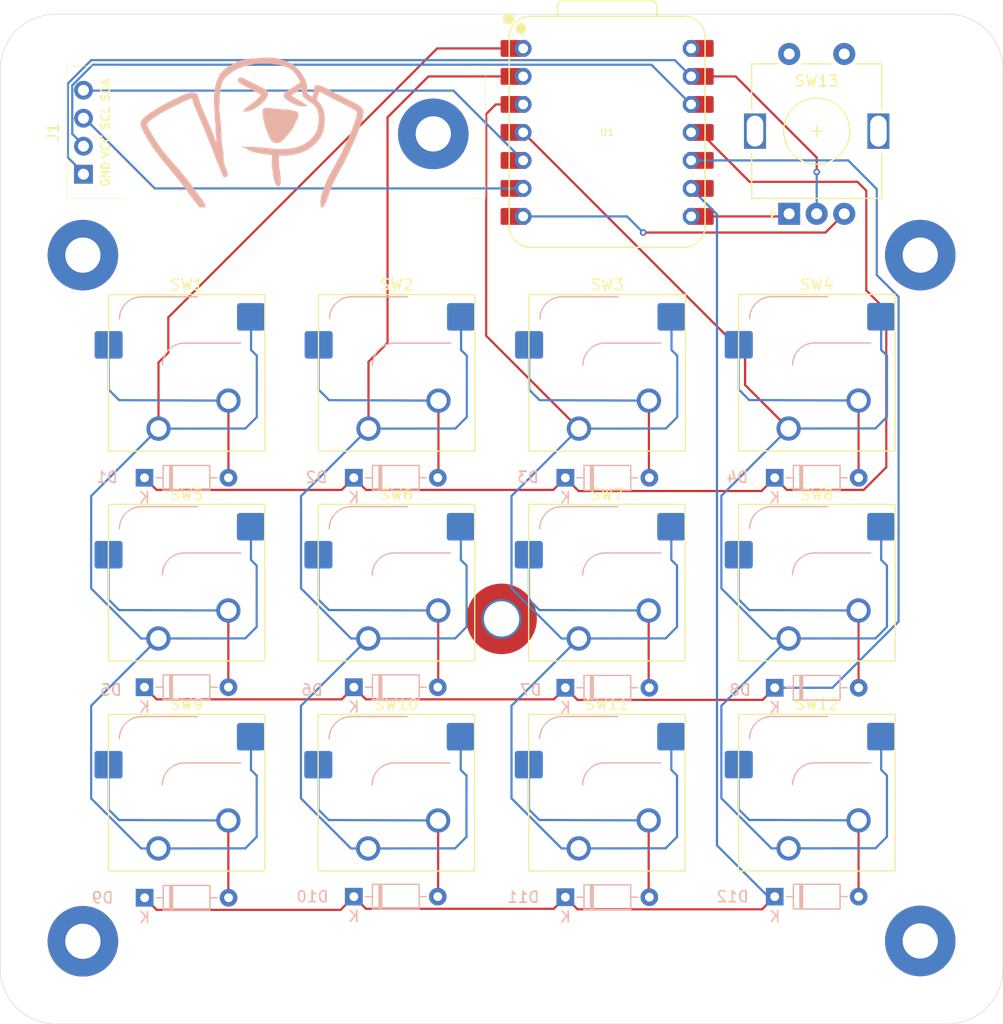
<source format=kicad_pcb>
(kicad_pcb (version 20241229) (generator "pcbnew") (generator_version "9.0")
  (layers (0 "F.Cu" signal) (2 "B.Cu" signal) (13 "F.Paste" user) (15 "B.Paste" user) (5 "F.SilkS" user "F.Silkscreen") (7 "B.SilkS" user "B.Silkscreen") (1 "F.Mask" user) (3 "B.Mask" user) (25 "Edge.Cuts" user))
  (net 0 "")
  (net 1 "Net-(D1-A)")
  (net 2 "R1")
  (net 3 "Net-(D2-A)")
  (net 4 "Net-(D3-A)")
  (net 5 "Net-(D4-A)")
  (net 6 "Net-(D5-A)")
  (net 7 "R2")
  (net 8 "Net-(D6-A)")
  (net 9 "Net-(D7-A)")
  (net 10 "Net-(D8-A)")
  (net 11 "R3")
  (net 12 "Net-(D9-A)")
  (net 13 "Net-(D10-A)")
  (net 14 "Net-(D11-A)")
  (net 15 "Net-(D12-A)")
  (net 16 "Net-(J1-SCL)")
  (net 17 "GND")
  (net 18 "Net-(J1-SDA)")
  (net 19 "+3V3")
  (net 20 "C1")
  (net 21 "C2")
  (net 22 "C3")
  (net 23 "C4")
  (net 24 "GPIO0")
  (net 25 "GPIO1")
  (net 26 "+5V")
  (footprint "Rotary_Encoder:RotaryEncoder_Alps_EC11E-Switch_Vertical_H20mm" (layer "F.Cu") (at 168.1 82.25 90)
    (property "Reference" "SW13" (at 12.035 2.5 180) (layer "F.SilkS"))
    (property "Value" "RotaryEncoder_Switch")
    (pad "A" thru_hole rect (at 0 0 90) (size 2 2) (drill 1) (layers "*.Cu" "*.Mask") (net 25 "GPIO1"))
    (pad "B" thru_hole circle (at 0 5 90) (size 2 2) (drill 1) (layers "*.Cu" "*.Mask") (net 24 "GPIO0"))
    (pad "C" thru_hole circle (at 0 2.5 90) (size 2 2) (drill 1) (layers "*.Cu" "*.Mask") (net 17 "GND"))
    (pad "MP" thru_hole rect (at 7.5 -3.1 90) (size 3.2 2) (drill oval 2.8 1.5) (layers "*.Cu" "*.Mask"))
    (pad "MP" thru_hole rect (at 7.5 8.1 90) (size 3.2 2) (drill oval 2.8 1.5) (layers "*.Cu" "*.Mask"))
    (pad "S1" thru_hole circle (at 14.5 5 90) (size 2 2) (drill 1) (layers "*.Cu" "*.Mask"))
    (pad "S2" thru_hole circle (at 14.5 0 90) (size 2 2) (drill 1) (layers "*.Cu" "*.Mask"))
  )
  (footprint "dual_hotswap:dual-hotswap_MX" (layer "F.Cu") (at 132.45 134.77)
    (property "Reference" "SW10" (at 0 -8 0) (layer "F.SilkS"))
    (property "Value" "SW_Push_45deg")
    (fp_line (start -7.085 -2.54) (end -7.080971 1.529029) (stroke (width 0.2)) (layer "B.Cu"))
    (fp_line (start -7.08 1.53) (end -6.13 2.48) (stroke (width 0.2)) (layer "B.Cu"))
    (fp_line (start -6.13 2.48) (end 3.79 2.52) (stroke (width 0.2)) (layer "B.Cu"))
    (fp_line (start -1.46 5.06) (end 5.33 5.05) (stroke (width 0.2)) (layer "B.Cu"))
    (fp_line (start 5.33 5.05) (end 6.362894 4.008991) (stroke (width 0.2)) (layer "B.Cu"))
    (fp_line (start 5.842 -5.08) (end 5.842 -2.07) (stroke (width 0.2)) (layer "B.Cu"))
    (fp_line (start 5.842 -2.07) (end 6.364348 -1.548875) (stroke (width 0.2)) (layer "B.Cu"))
    (fp_line (start 6.364348 -1.548875) (end 6.362894 4.007992) (stroke (width 0.2)) (layer "B.Cu"))
    (pad "" smd roundrect (at -7.085 -2.54) (size 2.55 2.5) (layers "B.Cu" "B.Mask" "B.Paste") (roundrect_rratio 0.1))
    (pad "" np_thru_hole circle (at -5.08 0) (size 1.75 1.75) (drill 1.75) (layers "*.Cu" "*.Mask"))
    (pad "" np_thru_hole circle (at -3.81 -2.54) (size 3.05 3.05) (drill 3.05) (layers "*.Cu" "*.Mask"))
    (pad "" np_thru_hole circle (at 0 0) (size 4 4) (drill 4) (layers "*.Cu" "*.Mask"))
    (pad "" np_thru_hole circle (at 2.54 -5.08) (size 3.05 3.05) (drill 3.05) (layers "*.Cu" "*.Mask"))
    (pad "" np_thru_hole circle (at 5.08 0) (size 1.75 1.75) (drill 1.75) (layers "*.Cu" "*.Mask"))
    (pad "" smd roundrect (at 5.842 -5.08) (size 2.55 2.5) (layers "B.Cu" "B.Mask" "B.Paste") (roundrect_rratio 0.1))
    (pad "1" thru_hole circle (at -2.56 5.06 180) (size 2.2 2.2) (drill 1.5) (layers "*.Cu" "*.Mask") (net 21 "C2"))
    (pad "2" thru_hole circle (at 3.79 2.52 180) (size 2.2 2.2) (drill 1.5) (layers "*.Cu" "*.Mask") (net 13 "Net-(D10-A)"))
  )
  (footprint "dual_hotswap:dual-hotswap_MX" (layer "F.Cu") (at 170.61 134.76)
    (property "Reference" "SW12" (at 0 -8 0) (layer "F.SilkS"))
    (property "Value" "SW_Push_45deg")
    (fp_line (start -7.085 -2.54) (end -7.080971 1.529029) (stroke (width 0.2)) (layer "B.Cu"))
    (fp_line (start -7.08 1.53) (end -6.13 2.48) (stroke (width 0.2)) (layer "B.Cu"))
    (fp_line (start -6.13 2.48) (end 3.79 2.52) (stroke (width 0.2)) (layer "B.Cu"))
    (fp_line (start -1.46 5.06) (end 5.33 5.05) (stroke (width 0.2)) (layer "B.Cu"))
    (fp_line (start 5.33 5.05) (end 6.362894 4.008991) (stroke (width 0.2)) (layer "B.Cu"))
    (fp_line (start 5.842 -5.08) (end 5.842 -2.07) (stroke (width 0.2)) (layer "B.Cu"))
    (fp_line (start 5.842 -2.07) (end 6.364348 -1.548875) (stroke (width 0.2)) (layer "B.Cu"))
    (fp_line (start 6.364348 -1.548875) (end 6.362894 4.007992) (stroke (width 0.2)) (layer "B.Cu"))
    (pad "" smd roundrect (at -7.085 -2.54) (size 2.55 2.5) (layers "B.Cu" "B.Mask" "B.Paste") (roundrect_rratio 0.1))
    (pad "" np_thru_hole circle (at -5.08 0) (size 1.75 1.75) (drill 1.75) (layers "*.Cu" "*.Mask"))
    (pad "" np_thru_hole circle (at -3.81 -2.54) (size 3.05 3.05) (drill 3.05) (layers "*.Cu" "*.Mask"))
    (pad "" np_thru_hole circle (at 0 0) (size 4 4) (drill 4) (layers "*.Cu" "*.Mask"))
    (pad "" np_thru_hole circle (at 2.54 -5.08) (size 3.05 3.05) (drill 3.05) (layers "*.Cu" "*.Mask"))
    (pad "" np_thru_hole circle (at 5.08 0) (size 1.75 1.75) (drill 1.75) (layers "*.Cu" "*.Mask"))
    (pad "" smd roundrect (at 5.842 -5.08) (size 2.55 2.5) (layers "B.Cu" "B.Mask" "B.Paste") (roundrect_rratio 0.1))
    (pad "1" thru_hole circle (at -2.56 5.06 180) (size 2.2 2.2) (drill 1.5) (layers "*.Cu" "*.Mask") (net 23 "C4"))
    (pad "2" thru_hole circle (at 3.79 2.52 180) (size 2.2 2.2) (drill 1.5) (layers "*.Cu" "*.Mask") (net 15 "Net-(D12-A)"))
  )
  (footprint "" (layer "F.Cu") (at 180 148.22)
    (property "Reference" "" (at 0 0 0) (layer "F.SilkS") (effects (font (size 1.27 1.27))))
    (property "Value" "")
    (pad "1" thru_hole circle (at 0 0) (size 6.4 6.4) (drill 3.2) (layers "*.Cu" "*.Mask"))
  )
  (footprint "" (layer "F.Cu") (at 180 86)
    (property "Reference" "" (at 0 0 0) (layer "F.SilkS") (effects (font (size 1.27 1.27))))
    (property "Value" "")
    (pad "1" thru_hole circle (at 0 0) (size 6.4 6.4) (drill 3.2) (layers "*.Cu" "*.Mask"))
  )
  (footprint "MountingHole:MountingHole_3.2mm_M3_Pad" (layer "F.Cu") (at 135.8 75)
    (property "Reference" "REF**" (hide yes))
    (property "Value" "MountingHole_3.2mm_M3_Pad" (hide yes))
    (pad "1" thru_hole circle (at 0 0) (size 6.4 6.4) (drill 3.2) (layers "*.Cu" "*.Mask"))
  )
  (footprint "dual_hotswap:dual-hotswap_MX" (layer "F.Cu") (at 132.46 115.72)
    (property "Reference" "SW6" (at 0 -8 0) (layer "F.SilkS"))
    (property "Value" "SW_Push_45deg")
    (fp_line (start -7.085 -2.54) (end -7.080971 1.529029) (stroke (width 0.2)) (layer "B.Cu"))
    (fp_line (start -7.08 1.53) (end -6.13 2.48) (stroke (width 0.2)) (layer "B.Cu"))
    (fp_line (start -6.13 2.48) (end 3.79 2.52) (stroke (width 0.2)) (layer "B.Cu"))
    (fp_line (start -1.46 5.06) (end 5.33 5.05) (stroke (width 0.2)) (layer "B.Cu"))
    (fp_line (start 5.33 5.05) (end 6.362894 4.008991) (stroke (width 0.2)) (layer "B.Cu"))
    (fp_line (start 5.842 -5.08) (end 5.842 -2.07) (stroke (width 0.2)) (layer "B.Cu"))
    (fp_line (start 5.842 -2.07) (end 6.364348 -1.548875) (stroke (width 0.2)) (layer "B.Cu"))
    (fp_line (start 6.364348 -1.548875) (end 6.362894 4.007992) (stroke (width 0.2)) (layer "B.Cu"))
    (pad "" smd roundrect (at -7.085 -2.54) (size 2.55 2.5) (layers "B.Cu" "B.Mask" "B.Paste") (roundrect_rratio 0.1))
    (pad "" np_thru_hole circle (at -5.08 0) (size 1.75 1.75) (drill 1.75) (layers "*.Cu" "*.Mask"))
    (pad "" np_thru_hole circle (at -3.81 -2.54) (size 3.05 3.05) (drill 3.05) (layers "*.Cu" "*.Mask"))
    (pad "" np_thru_hole circle (at 0 0) (size 4 4) (drill 4) (layers "*.Cu" "*.Mask"))
    (pad "" np_thru_hole circle (at 2.54 -5.08) (size 3.05 3.05) (drill 3.05) (layers "*.Cu" "*.Mask"))
    (pad "" np_thru_hole circle (at 5.08 0) (size 1.75 1.75) (drill 1.75) (layers "*.Cu" "*.Mask"))
    (pad "" smd roundrect (at 5.842 -5.08) (size 2.55 2.5) (layers "B.Cu" "B.Mask" "B.Paste") (roundrect_rratio 0.1))
    (pad "1" thru_hole circle (at -2.56 5.06 180) (size 2.2 2.2) (drill 1.5) (layers "*.Cu" "*.Mask") (net 21 "C2"))
    (pad "2" thru_hole circle (at 3.79 2.52 180) (size 2.2 2.2) (drill 1.5) (layers "*.Cu" "*.Mask") (net 8 "Net-(D6-A)"))
  )
  (footprint "" (layer "F.Cu") (at 104 86)
    (property "Reference" "" (at 0 0 0) (layer "F.SilkS") (effects (font (size 1.27 1.27))))
    (property "Value" "")
    (pad "1" thru_hole circle (at 0 0) (size 6.4 6.4) (drill 3.2) (layers "*.Cu" "*.Mask"))
  )
  (footprint "dual_hotswap:dual-hotswap_MX" (layer "F.Cu") (at 170.61 115.72)
    (property "Reference" "SW8" (at 0 -8 0) (layer "F.SilkS"))
    (property "Value" "SW_Push_45deg")
    (fp_line (start -7.085 -2.54) (end -7.080971 1.529029) (stroke (width 0.2)) (layer "B.Cu"))
    (fp_line (start -7.08 1.53) (end -6.13 2.48) (stroke (width 0.2)) (layer "B.Cu"))
    (fp_line (start -6.13 2.48) (end 3.79 2.52) (stroke (width 0.2)) (layer "B.Cu"))
    (fp_line (start -1.46 5.06) (end 5.33 5.05) (stroke (width 0.2)) (layer "B.Cu"))
    (fp_line (start 5.33 5.05) (end 6.362894 4.008991) (stroke (width 0.2)) (layer "B.Cu"))
    (fp_line (start 5.842 -5.08) (end 5.842 -2.07) (stroke (width 0.2)) (layer "B.Cu"))
    (fp_line (start 5.842 -2.07) (end 6.364348 -1.548875) (stroke (width 0.2)) (layer "B.Cu"))
    (fp_line (start 6.364348 -1.548875) (end 6.362894 4.007992) (stroke (width 0.2)) (layer "B.Cu"))
    (pad "" smd roundrect (at -7.085 -2.54) (size 2.55 2.5) (layers "B.Cu" "B.Mask" "B.Paste") (roundrect_rratio 0.1))
    (pad "" np_thru_hole circle (at -5.08 0) (size 1.75 1.75) (drill 1.75) (layers "*.Cu" "*.Mask"))
    (pad "" np_thru_hole circle (at -3.81 -2.54) (size 3.05 3.05) (drill 3.05) (layers "*.Cu" "*.Mask"))
    (pad "" np_thru_hole circle (at 0 0) (size 4 4) (drill 4) (layers "*.Cu" "*.Mask"))
    (pad "" np_thru_hole circle (at 2.54 -5.08) (size 3.05 3.05) (drill 3.05) (layers "*.Cu" "*.Mask"))
    (pad "" np_thru_hole circle (at 5.08 0) (size 1.75 1.75) (drill 1.75) (layers "*.Cu" "*.Mask"))
    (pad "" smd roundrect (at 5.842 -5.08) (size 2.55 2.5) (layers "B.Cu" "B.Mask" "B.Paste") (roundrect_rratio 0.1))
    (pad "1" thru_hole circle (at -2.56 5.06 180) (size 2.2 2.2) (drill 1.5) (layers "*.Cu" "*.Mask") (net 23 "C4"))
    (pad "2" thru_hole circle (at 3.79 2.52 180) (size 2.2 2.2) (drill 1.5) (layers "*.Cu" "*.Mask") (net 10 "Net-(D8-A)"))
  )
  (footprint "" (layer "F.Cu") (at 104 148.25)
    (property "Reference" "" (at 0 0 0) (layer "F.SilkS") (effects (font (size 1.27 1.27))))
    (property "Value" "")
    (pad "1" thru_hole circle (at 0 0) (size 6.4 6.4) (drill 3.2) (layers "*.Cu" "*.Mask"))
  )
  (footprint "dual_hotswap:dual-hotswap_MX" (layer "F.Cu") (at 170.61 96.67)
    (property "Reference" "SW4" (at 0 -8 0) (layer "F.SilkS"))
    (property "Value" "SW_Push_45deg")
    (fp_line (start -7.085 -2.54) (end -7.080971 1.529029) (stroke (width 0.2)) (layer "B.Cu"))
    (fp_line (start -7.08 1.53) (end -6.13 2.48) (stroke (width 0.2)) (layer "B.Cu"))
    (fp_line (start -6.13 2.48) (end 3.79 2.52) (stroke (width 0.2)) (layer "B.Cu"))
    (fp_line (start -1.46 5.06) (end 5.33 5.05) (stroke (width 0.2)) (layer "B.Cu"))
    (fp_line (start 5.33 5.05) (end 6.362894 4.008991) (stroke (width 0.2)) (layer "B.Cu"))
    (fp_line (start 5.842 -5.08) (end 5.842 -2.07) (stroke (width 0.2)) (layer "B.Cu"))
    (fp_line (start 5.842 -2.07) (end 6.364348 -1.548875) (stroke (width 0.2)) (layer "B.Cu"))
    (fp_line (start 6.364348 -1.548875) (end 6.362894 4.007992) (stroke (width 0.2)) (layer "B.Cu"))
    (pad "" smd roundrect (at -7.085 -2.54) (size 2.55 2.5) (layers "B.Cu" "B.Mask" "B.Paste") (roundrect_rratio 0.1))
    (pad "" np_thru_hole circle (at -5.08 0) (size 1.75 1.75) (drill 1.75) (layers "*.Cu" "*.Mask"))
    (pad "" np_thru_hole circle (at -3.81 -2.54) (size 3.05 3.05) (drill 3.05) (layers "*.Cu" "*.Mask"))
    (pad "" np_thru_hole circle (at 0 0) (size 4 4) (drill 4) (layers "*.Cu" "*.Mask"))
    (pad "" np_thru_hole circle (at 2.54 -5.08) (size 3.05 3.05) (drill 3.05) (layers "*.Cu" "*.Mask"))
    (pad "" np_thru_hole circle (at 5.08 0) (size 1.75 1.75) (drill 1.75) (layers "*.Cu" "*.Mask"))
    (pad "" smd roundrect (at 5.842 -5.08) (size 2.55 2.5) (layers "B.Cu" "B.Mask" "B.Paste") (roundrect_rratio 0.1))
    (pad "1" thru_hole circle (at -2.56 5.06 180) (size 2.2 2.2) (drill 1.5) (layers "*.Cu" "*.Mask") (net 23 "C4"))
    (pad "2" thru_hole circle (at 3.79 2.52 180) (size 2.2 2.2) (drill 1.5) (layers "*.Cu" "*.Mask") (net 5 "Net-(D4-A)"))
  )
  (footprint "dual_hotswap:dual-hotswap_MX" (layer "F.Cu") (at 113.41 115.72)
    (property "Reference" "SW5" (at 0 -8 0) (layer "F.SilkS"))
    (property "Value" "SW_Push_45deg")
    (fp_line (start -7.085 -2.54) (end -7.080971 1.529029) (stroke (width 0.2)) (layer "B.Cu"))
    (fp_line (start -7.08 1.53) (end -6.13 2.48) (stroke (width 0.2)) (layer "B.Cu"))
    (fp_line (start -6.13 2.48) (end 3.79 2.52) (stroke (width 0.2)) (layer "B.Cu"))
    (fp_line (start -1.46 5.06) (end 5.33 5.05) (stroke (width 0.2)) (layer "B.Cu"))
    (fp_line (start 5.33 5.05) (end 6.362894 4.008991) (stroke (width 0.2)) (layer "B.Cu"))
    (fp_line (start 5.842 -5.08) (end 5.842 -2.07) (stroke (width 0.2)) (layer "B.Cu"))
    (fp_line (start 5.842 -2.07) (end 6.364348 -1.548875) (stroke (width 0.2)) (layer "B.Cu"))
    (fp_line (start 6.364348 -1.548875) (end 6.362894 4.007992) (stroke (width 0.2)) (layer "B.Cu"))
    (pad "" smd roundrect (at -7.085 -2.54) (size 2.55 2.5) (layers "B.Cu" "B.Mask" "B.Paste") (roundrect_rratio 0.1))
    (pad "" np_thru_hole circle (at -5.08 0) (size 1.75 1.75) (drill 1.75) (layers "*.Cu" "*.Mask"))
    (pad "" np_thru_hole circle (at -3.81 -2.54) (size 3.05 3.05) (drill 3.05) (layers "*.Cu" "*.Mask"))
    (pad "" np_thru_hole circle (at 0 0) (size 4 4) (drill 4) (layers "*.Cu" "*.Mask"))
    (pad "" np_thru_hole circle (at 2.54 -5.08) (size 3.05 3.05) (drill 3.05) (layers "*.Cu" "*.Mask"))
    (pad "" np_thru_hole circle (at 5.08 0) (size 1.75 1.75) (drill 1.75) (layers "*.Cu" "*.Mask"))
    (pad "" smd roundrect (at 5.842 -5.08) (size 2.55 2.5) (layers "B.Cu" "B.Mask" "B.Paste") (roundrect_rratio 0.1))
    (pad "1" thru_hole circle (at -2.56 5.06 180) (size 2.2 2.2) (drill 1.5) (layers "*.Cu" "*.Mask") (net 20 "C1"))
    (pad "2" thru_hole circle (at 3.79 2.52 180) (size 2.2 2.2) (drill 1.5) (layers "*.Cu" "*.Mask") (net 6 "Net-(D5-A)"))
  )
  (footprint "dual_hotswap:dual-hotswap_MX" (layer "F.Cu") (at 151.58 96.68)
    (property "Reference" "SW3" (at 0 -8 0) (layer "F.SilkS"))
    (property "Value" "SW_Push_45deg")
    (fp_line (start -7.085 -2.54) (end -7.080971 1.529029) (stroke (width 0.2)) (layer "B.Cu"))
    (fp_line (start -7.08 1.53) (end -6.13 2.48) (stroke (width 0.2)) (layer "B.Cu"))
    (fp_line (start -6.13 2.48) (end 3.79 2.52) (stroke (width 0.2)) (layer "B.Cu"))
    (fp_line (start -1.46 5.06) (end 5.33 5.05) (stroke (width 0.2)) (layer "B.Cu"))
    (fp_line (start 5.33 5.05) (end 6.362894 4.008991) (stroke (width 0.2)) (layer "B.Cu"))
    (fp_line (start 5.842 -5.08) (end 5.842 -2.07) (stroke (width 0.2)) (layer "B.Cu"))
    (fp_line (start 5.842 -2.07) (end 6.364348 -1.548875) (stroke (width 0.2)) (layer "B.Cu"))
    (fp_line (start 6.364348 -1.548875) (end 6.362894 4.007992) (stroke (width 0.2)) (layer "B.Cu"))
    (pad "" smd roundrect (at -7.085 -2.54) (size 2.55 2.5) (layers "B.Cu" "B.Mask" "B.Paste") (roundrect_rratio 0.1))
    (pad "" np_thru_hole circle (at -5.08 0) (size 1.75 1.75) (drill 1.75) (layers "*.Cu" "*.Mask"))
    (pad "" np_thru_hole circle (at -3.81 -2.54) (size 3.05 3.05) (drill 3.05) (layers "*.Cu" "*.Mask"))
    (pad "" np_thru_hole circle (at 0 0) (size 4 4) (drill 4) (layers "*.Cu" "*.Mask"))
    (pad "" np_thru_hole circle (at 2.54 -5.08) (size 3.05 3.05) (drill 3.05) (layers "*.Cu" "*.Mask"))
    (pad "" np_thru_hole circle (at 5.08 0) (size 1.75 1.75) (drill 1.75) (layers "*.Cu" "*.Mask"))
    (pad "" smd roundrect (at 5.842 -5.08) (size 2.55 2.5) (layers "B.Cu" "B.Mask" "B.Paste") (roundrect_rratio 0.1))
    (pad "1" thru_hole circle (at -2.56 5.06 180) (size 2.2 2.2) (drill 1.5) (layers "*.Cu" "*.Mask") (net 22 "C3"))
    (pad "2" thru_hole circle (at 3.79 2.52 180) (size 2.2 2.2) (drill 1.5) (layers "*.Cu" "*.Mask") (net 4 "Net-(D3-A)"))
  )
  (footprint "Seeed-XIAO:XIAO-RP2040-DIP" (layer "F.Cu") (at 151.58 74.8685)
    (property "Reference" "U1" (at 0 0 0) (layer "F.SilkS") (effects (font (size 0.635 0.635) (thickness 0.1016))))
    (property "Value" "XIAO-RP2040-DIP")
    (pad "1" smd roundrect (at -8.455 -7.62 180) (size 2.432 1.524) (layers "F.Cu" "F.Mask") (roundrect_rratio 0.1) (net 20 "C1"))
    (pad "1" thru_hole circle (at -7.62 -7.62 180) (size 1.524 1.524) (drill 0.889) (layers "*.Cu" "*.Mask") (net 20 "C1"))
    (pad "2" smd roundrect (at -8.455 -5.08 180) (size 2.432 1.524) (layers "F.Cu" "F.Mask") (roundrect_rratio 0.1) (net 21 "C2"))
    (pad "2" thru_hole circle (at -7.62 -5.08 180) (size 1.524 1.524) (drill 0.889) (layers "*.Cu" "*.Mask") (net 21 "C2"))
    (pad "3" smd roundrect (at -8.455 -2.54 180) (size 2.432 1.524) (layers "F.Cu" "F.Mask") (roundrect_rratio 0.1) (net 22 "C3"))
    (pad "3" thru_hole circle (at -7.62 -2.54 180) (size 1.524 1.524) (drill 0.889) (layers "*.Cu" "*.Mask") (net 22 "C3"))
    (pad "4" smd roundrect (at -8.455 0 180) (size 2.432 1.524) (layers "F.Cu" "F.Mask") (roundrect_rratio 0.1) (net 23 "C4"))
    (pad "4" thru_hole circle (at -7.62 0 180) (size 1.524 1.524) (drill 0.889) (layers "*.Cu" "*.Mask") (net 23 "C4"))
    (pad "5" smd roundrect (at -8.455 2.54 180) (size 2.432 1.524) (layers "F.Cu" "F.Mask") (roundrect_rratio 0.1) (net 18 "Net-(J1-SDA)"))
    (pad "5" thru_hole circle (at -7.62 2.54 180) (size 1.524 1.524) (drill 0.889) (layers "*.Cu" "*.Mask") (net 18 "Net-(J1-SDA)"))
    (pad "6" smd roundrect (at -8.455 5.08 180) (size 2.432 1.524) (layers "F.Cu" "F.Mask") (roundrect_rratio 0.1) (net 16 "Net-(J1-SCL)"))
    (pad "6" thru_hole circle (at -7.62 5.08 180) (size 1.524 1.524) (drill 0.889) (layers "*.Cu" "*.Mask") (net 16 "Net-(J1-SCL)"))
    (pad "7" smd roundrect (at -8.455 7.62 180) (size 2.432 1.524) (layers "F.Cu" "F.Mask") (roundrect_rratio 0.1) (net 24 "GPIO0"))
    (pad "7" thru_hole circle (at -7.62 7.62 180) (size 1.524 1.524) (drill 0.889) (layers "*.Cu" "*.Mask") (net 24 "GPIO0"))
    (pad "8" thru_hole circle (at 7.62 7.62) (size 1.524 1.524) (drill 0.889) (layers "*.Cu" "*.Mask") (net 25 "GPIO1"))
    (pad "8" smd roundrect (at 8.455 7.62) (size 2.432 1.524) (layers "F.Cu" "F.Mask") (roundrect_rratio 0.1) (net 25 "GPIO1"))
    (pad "9" thru_hole circle (at 7.62 5.08) (size 1.524 1.524) (drill 0.889) (layers "*.Cu" "*.Mask") (net 11 "R3"))
    (pad "9" smd roundrect (at 8.455 5.08) (size 2.432 1.524) (layers "F.Cu" "F.Mask") (roundrect_rratio 0.1) (net 11 "R3"))
    (pad "10" thru_hole circle (at 7.62 2.54) (size 1.524 1.524) (drill 0.889) (layers "*.Cu" "*.Mask") (net 7 "R2"))
    (pad "10" smd roundrect (at 8.455 2.54) (size 2.432 1.524) (layers "F.Cu" "F.Mask") (roundrect_rratio 0.1) (net 7 "R2"))
    (pad "11" thru_hole circle (at 7.62 0) (size 1.524 1.524) (drill 0.889) (layers "*.Cu" "*.Mask") (net 2 "R1"))
    (pad "11" smd roundrect (at 8.455 0) (size 2.432 1.524) (layers "F.Cu" "F.Mask") (roundrect_rratio 0.1) (net 2 "R1"))
    (pad "12" thru_hole circle (at 7.62 -2.54) (size 1.524 1.524) (drill 0.889) (layers "*.Cu" "*.Mask") (net 19 "+3V3"))
    (pad "12" smd roundrect (at 8.455 -2.54) (size 2.432 1.524) (layers "F.Cu" "F.Mask") (roundrect_rratio 0.1) (net 19 "+3V3"))
    (pad "13" thru_hole circle (at 7.62 -5.08) (size 1.524 1.524) (drill 0.889) (layers "*.Cu" "*.Mask") (net 17 "GND"))
    (pad "13" smd roundrect (at 8.455 -5.08) (size 2.432 1.524) (layers "F.Cu" "F.Mask") (roundrect_rratio 0.1) (net 17 "GND"))
    (pad "14" thru_hole circle (at 7.62 -7.62) (size 1.524 1.524) (drill 0.889) (layers "*.Cu" "*.Mask") (net 26 "+5V"))
    (pad "14" smd roundrect (at 8.455 -7.62) (size 2.432 1.524) (layers "F.Cu" "F.Mask") (roundrect_rratio 0.1) (net 26 "+5V"))
  )
  (footprint "0.91-OLED:SSD1306-0.91-OLED-4pin-128x32" (layer "F.Cu") (at 140.55 80.85 180)
    (property "Reference" "J1" (at 39.26 6 90) (layer "F.SilkS"))
    (property "Value" "OLED_128x32")
    (fp_text user "SDA" (at 34.5 9.81 90) (layer "F.SilkS") (effects (font (size 0.75 0.75))))
    (fp_text user "VCC" (at 34.5 4.73 90) (layer "F.SilkS") (effects (font (size 0.75 0.75))))
    (fp_text user "SCL" (at 34.5 7.27 90) (layer "F.SilkS") (effects (font (size 0.75 0.75))))
    (fp_text user "GND" (at 34.5 2.19 90) (layer "F.SilkS") (effects (font (size 0.75 0.75))))
    (pad "1" thru_hole rect (at 36.5 2.19 180) (size 1.7 1.7) (drill 1) (layers "*.Cu" "*.Mask") (net 17 "GND"))
    (pad "2" thru_hole oval (at 36.5 4.73 180) (size 1.7 1.7) (drill 1) (layers "*.Cu" "*.Mask") (net 19 "+3V3"))
    (pad "3" thru_hole oval (at 36.5 7.27 180) (size 1.7 1.7) (drill 1) (layers "*.Cu" "*.Mask") (net 16 "Net-(J1-SCL)"))
    (pad "4" thru_hole oval (at 36.5 9.81 180) (size 1.7 1.7) (drill 1) (layers "*.Cu" "*.Mask") (net 18 "Net-(J1-SDA)"))
  )
  (footprint "dual_hotswap:dual-hotswap_MX" (layer "F.Cu") (at 132.48 96.68)
    (property "Reference" "SW2" (at 0 -8 0) (layer "F.SilkS"))
    (property "Value" "SW_Push_45deg")
    (fp_line (start -7.085 -2.54) (end -7.080971 1.529029) (stroke (width 0.2)) (layer "B.Cu"))
    (fp_line (start -7.08 1.53) (end -6.13 2.48) (stroke (width 0.2)) (layer "B.Cu"))
    (fp_line (start -6.13 2.48) (end 3.79 2.52) (stroke (width 0.2)) (layer "B.Cu"))
    (fp_line (start -1.46 5.06) (end 5.33 5.05) (stroke (width 0.2)) (layer "B.Cu"))
    (fp_line (start 5.33 5.05) (end 6.362894 4.008991) (stroke (width 0.2)) (layer "B.Cu"))
    (fp_line (start 5.842 -5.08) (end 5.842 -2.07) (stroke (width 0.2)) (layer "B.Cu"))
    (fp_line (start 5.842 -2.07) (end 6.364348 -1.548875) (stroke (width 0.2)) (layer "B.Cu"))
    (fp_line (start 6.364348 -1.548875) (end 6.362894 4.007992) (stroke (width 0.2)) (layer "B.Cu"))
    (pad "" smd roundrect (at -7.085 -2.54) (size 2.55 2.5) (layers "B.Cu" "B.Mask" "B.Paste") (roundrect_rratio 0.1))
    (pad "" np_thru_hole circle (at -5.08 0) (size 1.75 1.75) (drill 1.75) (layers "*.Cu" "*.Mask"))
    (pad "" np_thru_hole circle (at -3.81 -2.54) (size 3.05 3.05) (drill 3.05) (layers "*.Cu" "*.Mask"))
    (pad "" np_thru_hole circle (at 0 0) (size 4 4) (drill 4) (layers "*.Cu" "*.Mask"))
    (pad "" np_thru_hole circle (at 2.54 -5.08) (size 3.05 3.05) (drill 3.05) (layers "*.Cu" "*.Mask"))
    (pad "" np_thru_hole circle (at 5.08 0) (size 1.75 1.75) (drill 1.75) (layers "*.Cu" "*.Mask"))
    (pad "" smd roundrect (at 5.842 -5.08) (size 2.55 2.5) (layers "B.Cu" "B.Mask" "B.Paste") (roundrect_rratio 0.1))
    (pad "1" thru_hole circle (at -2.56 5.06 180) (size 2.2 2.2) (drill 1.5) (layers "*.Cu" "*.Mask") (net 21 "C2"))
    (pad "2" thru_hole circle (at 3.79 2.52 180) (size 2.2 2.2) (drill 1.5) (layers "*.Cu" "*.Mask") (net 3 "Net-(D2-A)"))
  )
  (footprint "dual_hotswap:dual-hotswap_MX" (layer "F.Cu") (at 151.56 134.765)
    (property "Reference" "SW11" (at 0 -8 0) (layer "F.SilkS"))
    (property "Value" "SW_Push_45deg")
    (fp_line (start -7.085 -2.54) (end -7.080971 1.529029) (stroke (width 0.2)) (layer "B.Cu"))
    (fp_line (start -7.08 1.53) (end -6.13 2.48) (stroke (width 0.2)) (layer "B.Cu"))
    (fp_line (start -6.13 2.48) (end 3.79 2.52) (stroke (width 0.2)) (layer "B.Cu"))
    (fp_line (start -1.46 5.06) (end 5.33 5.05) (stroke (width 0.2)) (layer "B.Cu"))
    (fp_line (start 5.33 5.05) (end 6.362894 4.008991) (stroke (width 0.2)) (layer "B.Cu"))
    (fp_line (start 5.842 -5.08) (end 5.842 -2.07) (stroke (width 0.2)) (layer "B.Cu"))
    (fp_line (start 5.842 -2.07) (end 6.364348 -1.548875) (stroke (width 0.2)) (layer "B.Cu"))
    (fp_line (start 6.364348 -1.548875) (end 6.362894 4.007992) (stroke (width 0.2)) (layer "B.Cu"))
    (pad "" smd roundrect (at -7.085 -2.54) (size 2.55 2.5) (layers "B.Cu" "B.Mask" "B.Paste") (roundrect_rratio 0.1))
    (pad "" np_thru_hole circle (at -5.08 0) (size 1.75 1.75) (drill 1.75) (layers "*.Cu" "*.Mask"))
    (pad "" np_thru_hole circle (at -3.81 -2.54) (size 3.05 3.05) (drill 3.05) (layers "*.Cu" "*.Mask"))
    (pad "" np_thru_hole circle (at 0 0) (size 4 4) (drill 4) (layers "*.Cu" "*.Mask"))
    (pad "" np_thru_hole circle (at 2.54 -5.08) (size 3.05 3.05) (drill 3.05) (layers "*.Cu" "*.Mask"))
    (pad "" np_thru_hole circle (at 5.08 0) (size 1.75 1.75) (drill 1.75) (layers "*.Cu" "*.Mask"))
    (pad "" smd roundrect (at 5.842 -5.08) (size 2.55 2.5) (layers "B.Cu" "B.Mask" "B.Paste") (roundrect_rratio 0.1))
    (pad "1" thru_hole circle (at -2.56 5.06 180) (size 2.2 2.2) (drill 1.5) (layers "*.Cu" "*.Mask") (net 22 "C3"))
    (pad "2" thru_hole circle (at 3.79 2.52 180) (size 2.2 2.2) (drill 1.5) (layers "*.Cu" "*.Mask") (net 14 "Net-(D11-A)"))
  )
  (footprint "dual_hotswap:dual-hotswap_MX" (layer "F.Cu") (at 151.56 115.72)
    (property "Reference" "SW7" (at 0 -8 0) (layer "F.SilkS"))
    (property "Value" "SW_Push_45deg")
    (fp_line (start -7.085 -2.54) (end -7.080971 1.529029) (stroke (width 0.2)) (layer "B.Cu"))
    (fp_line (start -7.08 1.53) (end -6.13 2.48) (stroke (width 0.2)) (layer "B.Cu"))
    (fp_line (start -6.13 2.48) (end 3.79 2.52) (stroke (width 0.2)) (layer "B.Cu"))
    (fp_line (start -1.46 5.06) (end 5.33 5.05) (stroke (width 0.2)) (layer "B.Cu"))
    (fp_line (start 5.33 5.05) (end 6.362894 4.008991) (stroke (width 0.2)) (layer "B.Cu"))
    (fp_line (start 5.842 -5.08) (end 5.842 -2.07) (stroke (width 0.2)) (layer "B.Cu"))
    (fp_line (start 5.842 -2.07) (end 6.364348 -1.548875) (stroke (width 0.2)) (layer "B.Cu"))
    (fp_line (start 6.364348 -1.548875) (end 6.362894 4.007992) (stroke (width 0.2)) (layer "B.Cu"))
    (pad "" smd roundrect (at -7.085 -2.54) (size 2.55 2.5) (layers "B.Cu" "B.Mask" "B.Paste") (roundrect_rratio 0.1))
    (pad "" np_thru_hole circle (at -5.08 0) (size 1.75 1.75) (drill 1.75) (layers "*.Cu" "*.Mask"))
    (pad "" np_thru_hole circle (at -3.81 -2.54) (size 3.05 3.05) (drill 3.05) (layers "*.Cu" "*.Mask"))
    (pad "" np_thru_hole circle (at 0 0) (size 4 4) (drill 4) (layers "*.Cu" "*.Mask"))
    (pad "" np_thru_hole circle (at 2.54 -5.08) (size 3.05 3.05) (drill 3.05) (layers "*.Cu" "*.Mask"))
    (pad "" np_thru_hole circle (at 5.08 0) (size 1.75 1.75) (drill 1.75) (layers "*.Cu" "*.Mask"))
    (pad "" smd roundrect (at 5.842 -5.08) (size 2.55 2.5) (layers "B.Cu" "B.Mask" "B.Paste") (roundrect_rratio 0.1))
    (pad "1" thru_hole circle (at -2.56 5.06 180) (size 2.2 2.2) (drill 1.5) (layers "*.Cu" "*.Mask") (net 22 "C3"))
    (pad "2" thru_hole circle (at 3.79 2.52 180) (size 2.2 2.2) (drill 1.5) (layers "*.Cu" "*.Mask") (net 9 "Net-(D7-A)"))
  )
  (footprint "MountingHole:MountingHole_3.2mm_M3_Pad_TopOnly" (layer "F.Cu") (at 142 119)
    (property "Reference" "REF**" (hide yes))
    (property "Value" "MountingHole_3.2mm_M3_Pad_TopOnly" (hide yes))
    (pad "1" thru_hole circle (at 0 0) (size 3.6 3.6) (drill 3.2) (layers "*.Cu" "*.Mask"))
    (pad "1" connect circle (at 0 0) (size 6.4 6.4) (layers "F.Cu" "F.Mask"))
  )
  (footprint "dual_hotswap:dual-hotswap_MX" (layer "F.Cu") (at 113.42 96.68)
    (property "Reference" "SW1" (at 0 -8 0) (layer "F.SilkS"))
    (property "Value" "SW_Push_45deg")
    (fp_line (start -7.085 -2.54) (end -7.080971 1.529029) (stroke (width 0.2)) (layer "B.Cu"))
    (fp_line (start -7.08 1.53) (end -6.13 2.48) (stroke (width 0.2)) (layer "B.Cu"))
    (fp_line (start -6.13 2.48) (end 3.79 2.52) (stroke (width 0.2)) (layer "B.Cu"))
    (fp_line (start -1.46 5.06) (end 5.33 5.05) (stroke (width 0.2)) (layer "B.Cu"))
    (fp_line (start 5.33 5.05) (end 6.362894 4.008991) (stroke (width 0.2)) (layer "B.Cu"))
    (fp_line (start 5.842 -5.08) (end 5.842 -2.07) (stroke (width 0.2)) (layer "B.Cu"))
    (fp_line (start 5.842 -2.07) (end 6.364348 -1.548875) (stroke (width 0.2)) (layer "B.Cu"))
    (fp_line (start 6.364348 -1.548875) (end 6.362894 4.007992) (stroke (width 0.2)) (layer "B.Cu"))
    (pad "" smd roundrect (at -7.085 -2.54) (size 2.55 2.5) (layers "B.Cu" "B.Mask" "B.Paste") (roundrect_rratio 0.1))
    (pad "" np_thru_hole circle (at -5.08 0) (size 1.75 1.75) (drill 1.75) (layers "*.Cu" "*.Mask"))
    (pad "" np_thru_hole circle (at -3.81 -2.54) (size 3.05 3.05) (drill 3.05) (layers "*.Cu" "*.Mask"))
    (pad "" np_thru_hole circle (at 0 0) (size 4 4) (drill 4) (layers "*.Cu" "*.Mask"))
    (pad "" np_thru_hole circle (at 2.54 -5.08) (size 3.05 3.05) (drill 3.05) (layers "*.Cu" "*.Mask"))
    (pad "" np_thru_hole circle (at 5.08 0) (size 1.75 1.75) (drill 1.75) (layers "*.Cu" "*.Mask"))
    (pad "" smd roundrect (at 5.842 -5.08) (size 2.55 2.5) (layers "B.Cu" "B.Mask" "B.Paste") (roundrect_rratio 0.1))
    (pad "1" thru_hole circle (at -2.56 5.06 180) (size 2.2 2.2) (drill 1.5) (layers "*.Cu" "*.Mask") (net 20 "C1"))
    (pad "2" thru_hole circle (at 3.79 2.52 180) (size 2.2 2.2) (drill 1.5) (layers "*.Cu" "*.Mask") (net 1 "Net-(D1-A)"))
  )
  (footprint "dual_hotswap:dual-hotswap_MX" (layer "F.Cu") (at 113.41 134.77)
    (property "Reference" "SW9" (at 0 -8 0) (layer "F.SilkS"))
    (property "Value" "SW_Push_45deg")
    (fp_line (start -7.085 -2.54) (end -7.080971 1.529029) (stroke (width 0.2)) (layer "B.Cu"))
    (fp_line (start -7.08 1.53) (end -6.13 2.48) (stroke (width 0.2)) (layer "B.Cu"))
    (fp_line (start -6.13 2.48) (end 3.79 2.52) (stroke (width 0.2)) (layer "B.Cu"))
    (fp_line (start -1.46 5.06) (end 5.33 5.05) (stroke (width 0.2)) (layer "B.Cu"))
    (fp_line (start 5.33 5.05) (end 6.362894 4.008991) (stroke (width 0.2)) (layer "B.Cu"))
    (fp_line (start 5.842 -5.08) (end 5.842 -2.07) (stroke (width 0.2)) (layer "B.Cu"))
    (fp_line (start 5.842 -2.07) (end 6.364348 -1.548875) (stroke (width 0.2)) (layer "B.Cu"))
    (fp_line (start 6.364348 -1.548875) (end 6.362894 4.007992) (stroke (width 0.2)) (layer "B.Cu"))
    (pad "" smd roundrect (at -7.085 -2.54) (size 2.55 2.5) (layers "B.Cu" "B.Mask" "B.Paste") (roundrect_rratio 0.1))
    (pad "" np_thru_hole circle (at -5.08 0) (size 1.75 1.75) (drill 1.75) (layers "*.Cu" "*.Mask"))
    (pad "" np_thru_hole circle (at -3.81 -2.54) (size 3.05 3.05) (drill 3.05) (layers "*.Cu" "*.Mask"))
    (pad "" np_thru_hole circle (at 0 0) (size 4 4) (drill 4) (layers "*.Cu" "*.Mask"))
    (pad "" np_thru_hole circle (at 2.54 -5.08) (size 3.05 3.05) (drill 3.05) (layers "*.Cu" "*.Mask"))
    (pad "" np_thru_hole circle (at 5.08 0) (size 1.75 1.75) (drill 1.75) (layers "*.Cu" "*.Mask"))
    (pad "" smd roundrect (at 5.842 -5.08) (size 2.55 2.5) (layers "B.Cu" "B.Mask" "B.Paste") (roundrect_rratio 0.1))
    (pad "1" thru_hole circle (at -2.56 5.06 180) (size 2.2 2.2) (drill 1.5) (layers "*.Cu" "*.Mask") (net 20 "C1"))
    (pad "2" thru_hole circle (at 3.79 2.52 180) (size 2.2 2.2) (drill 1.5) (layers "*.Cu" "*.Mask") (net 12 "Net-(D9-A)"))
  )
  (footprint "LOGO" (layer "B.Cu") (at 118.4 75 180)
    (property "Reference" "G***" (hide yes))
    (property "Value" "LOGO" (hide yes))
  )
  (footprint "Diode_THT:D_DO-35_SOD27_P7.62mm_Horizontal" (layer "B.Cu") (at 109.59 125.2)
    (property "Reference" "D5" (at -3.04 0.25 0) (layer "B.SilkS") (effects (justify mirror)))
    (property "Value" "1N4148")
    (fp_text user "K" (at 0 1.8 0) (layer "B.SilkS") (effects (justify mirror)))
    (pad "1" thru_hole rect (at 0 0) (size 1.6 1.6) (drill 0.8) (layers "*.Cu" "*.Mask") (net 7 "R2"))
    (pad "2" thru_hole oval (at 7.62 0) (size 1.6 1.6) (drill 0.8) (layers "*.Cu" "*.Mask") (net 6 "Net-(D5-A)"))
  )
  (footprint "Diode_THT:D_DO-35_SOD27_P7.62mm_Horizontal" (layer "B.Cu") (at 128.59 125.2)
    (property "Reference" "D6" (at -3.79 0.25 0) (layer "B.SilkS") (effects (justify mirror)))
    (property "Value" "1N4148")
    (fp_text user "K" (at 0 1.8 0) (layer "B.SilkS") (effects (justify mirror)))
    (pad "1" thru_hole rect (at 0 0) (size 1.6 1.6) (drill 0.8) (layers "*.Cu" "*.Mask") (net 7 "R2"))
    (pad "2" thru_hole oval (at 7.62 0) (size 1.6 1.6) (drill 0.8) (layers "*.Cu" "*.Mask") (net 8 "Net-(D6-A)"))
  )
  (footprint "Diode_THT:D_DO-35_SOD27_P7.62mm_Horizontal" (layer "B.Cu") (at 128.59 144.2)
    (property "Reference" "D10" (at -3.76 0 0) (layer "B.SilkS") (effects (justify mirror)))
    (property "Value" "1N4148")
    (fp_text user "K" (at 0 1.8 0) (layer "B.SilkS") (effects (justify mirror)))
    (pad "1" thru_hole rect (at 0 0) (size 1.6 1.6) (drill 0.8) (layers "*.Cu" "*.Mask") (net 11 "R3"))
    (pad "2" thru_hole oval (at 7.62 0) (size 1.6 1.6) (drill 0.8) (layers "*.Cu" "*.Mask") (net 13 "Net-(D10-A)"))
  )
  (footprint "Diode_THT:D_DO-35_SOD27_P7.62mm_Horizontal" (layer "B.Cu") (at 147.79 144.25)
    (property "Reference" "D11" (at -3.82 0 0) (layer "B.SilkS") (effects (justify mirror)))
    (property "Value" "1N4148")
    (fp_text user "K" (at 0 1.8 0) (layer "B.SilkS") (effects (justify mirror)))
    (pad "1" thru_hole rect (at 0 0) (size 1.6 1.6) (drill 0.8) (layers "*.Cu" "*.Mask") (net 11 "R3"))
    (pad "2" thru_hole oval (at 7.62 0) (size 1.6 1.6) (drill 0.8) (layers "*.Cu" "*.Mask") (net 14 "Net-(D11-A)"))
  )
  (footprint "Diode_THT:D_DO-35_SOD27_P7.62mm_Horizontal" (layer "B.Cu") (at 166.79 125.25)
    (property "Reference" "D8" (at -3.14 0.2 0) (layer "B.SilkS") (effects (justify mirror)))
    (property "Value" "1N4148")
    (fp_text user "K" (at 0 1.8 0) (layer "B.SilkS") (effects (justify mirror)))
    (pad "1" thru_hole rect (at 0 0) (size 1.6 1.6) (drill 0.8) (layers "*.Cu" "*.Mask") (net 7 "R2"))
    (pad "2" thru_hole oval (at 7.62 0) (size 1.6 1.6) (drill 0.8) (layers "*.Cu" "*.Mask") (net 10 "Net-(D8-A)"))
  )
  (footprint "Diode_THT:D_DO-35_SOD27_P7.62mm_Horizontal" (layer "B.Cu") (at 166.79 144.2)
    (property "Reference" "D12" (at -3.82 0 0) (layer "B.SilkS") (effects (justify mirror)))
    (property "Value" "1N4148")
    (fp_text user "K" (at 0 1.8 0) (layer "B.SilkS") (effects (justify mirror)))
    (pad "1" thru_hole rect (at 0 0) (size 1.6 1.6) (drill 0.8) (layers "*.Cu" "*.Mask") (net 11 "R3"))
    (pad "2" thru_hole oval (at 7.62 0) (size 1.6 1.6) (drill 0.8) (layers "*.Cu" "*.Mask") (net 15 "Net-(D12-A)"))
  )
  (footprint "Diode_THT:D_DO-35_SOD27_P7.62mm_Horizontal" (layer "B.Cu") (at 147.79 106.2)
    (property "Reference" "D3" (at -3.39 -0.05 0) (layer "B.SilkS") (effects (justify mirror)))
    (property "Value" "1N4148")
    (fp_text user "K" (at 0 1.8 0) (layer "B.SilkS") (effects (justify mirror)))
    (pad "1" thru_hole rect (at 0 0) (size 1.6 1.6) (drill 0.8) (layers "*.Cu" "*.Mask") (net 2 "R1"))
    (pad "2" thru_hole oval (at 7.62 0) (size 1.6 1.6) (drill 0.8) (layers "*.Cu" "*.Mask") (net 4 "Net-(D3-A)"))
  )
  (footprint "Diode_THT:D_DO-35_SOD27_P7.62mm_Horizontal" (layer "B.Cu") (at 147.79 125.25)
    (property "Reference" "D7" (at -3.14 0.2 0) (layer "B.SilkS") (effects (justify mirror)))
    (property "Value" "1N4148")
    (fp_text user "K" (at 0 1.8 0) (layer "B.SilkS") (effects (justify mirror)))
    (pad "1" thru_hole rect (at 0 0) (size 1.6 1.6) (drill 0.8) (layers "*.Cu" "*.Mask") (net 7 "R2"))
    (pad "2" thru_hole oval (at 7.62 0) (size 1.6 1.6) (drill 0.8) (layers "*.Cu" "*.Mask") (net 9 "Net-(D7-A)"))
  )
  (footprint "Diode_THT:D_DO-35_SOD27_P7.62mm_Horizontal" (layer "B.Cu") (at 109.6 144.3)
    (property "Reference" "D9" (at -3.82 0 0) (layer "B.SilkS") (effects (justify mirror)))
    (property "Value" "1N4148")
    (fp_text user "K" (at 0 1.8 0) (layer "B.SilkS") (effects (justify mirror)))
    (pad "1" thru_hole rect (at 0 0) (size 1.6 1.6) (drill 0.8) (layers "*.Cu" "*.Mask") (net 11 "R3"))
    (pad "2" thru_hole oval (at 7.62 0) (size 1.6 1.6) (drill 0.8) (layers "*.Cu" "*.Mask") (net 12 "Net-(D9-A)"))
  )
  (footprint "Diode_THT:D_DO-35_SOD27_P7.62mm_Horizontal" (layer "B.Cu") (at 128.59 106.2)
    (property "Reference" "D2" (at -3.39 -0.05 0) (layer "B.SilkS") (effects (justify mirror)))
    (property "Value" "1N4148")
    (fp_text user "K" (at 0 1.8 0) (layer "B.SilkS") (effects (justify mirror)))
    (pad "1" thru_hole rect (at 0 0) (size 1.6 1.6) (drill 0.8) (layers "*.Cu" "*.Mask") (net 2 "R1"))
    (pad "2" thru_hole oval (at 7.62 0) (size 1.6 1.6) (drill 0.8) (layers "*.Cu" "*.Mask") (net 3 "Net-(D2-A)"))
  )
  (footprint "Diode_THT:D_DO-35_SOD27_P7.62mm_Horizontal" (layer "B.Cu") (at 109.59 106.2)
    (property "Reference" "D1" (at -3.39 -0.05 0) (layer "B.SilkS") (effects (justify mirror)))
    (property "Value" "1N4148")
    (fp_text user "K" (at 0 1.8 0) (layer "B.SilkS") (effects (justify mirror)))
    (pad "1" thru_hole rect (at 0 0) (size 1.6 1.6) (drill 0.8) (layers "*.Cu" "*.Mask") (net 2 "R1"))
    (pad "2" thru_hole oval (at 7.62 0) (size 1.6 1.6) (drill 0.8) (layers "*.Cu" "*.Mask") (net 1 "Net-(D1-A)"))
  )
  (footprint "Diode_THT:D_DO-35_SOD27_P7.62mm_Horizontal" (layer "B.Cu") (at 166.79 106.2)
    (property "Reference" "D4" (at -3.39 -0.05 0) (layer "B.SilkS") (effects (justify mirror)))
    (property "Value" "1N4148")
    (fp_text user "K" (at 0 1.8 0) (layer "B.SilkS") (effects (justify mirror)))
    (pad "1" thru_hole rect (at 0 0) (size 1.6 1.6) (drill 0.8) (layers "*.Cu" "*.Mask") (net 2 "R1"))
    (pad "2" thru_hole oval (at 7.62 0) (size 1.6 1.6) (drill 0.8) (layers "*.Cu" "*.Mask") (net 5 "Net-(D4-A)"))
  )
  (gr_arc (start 101.5 155.739131) (mid 97.964466 154.274665) (end 96.5 150.739131) (stroke (width 0.05)) (layer "Edge.Cuts"))
  (gr_line (start 187.5 69.145383) (end 187.5 150.739131) (stroke (width 0.05)) (layer "Edge.Cuts"))
  (gr_arc (start 96.5 69.145383) (mid 97.964472 65.60986) (end 101.5 64.145383) (stroke (width 0.05)) (layer "Edge.Cuts"))
  (gr_line (start 96.5 150.739131) (end 96.5 69.145383) (stroke (width 0.05)) (layer "Edge.Cuts"))
  (gr_arc (start 187.5 150.739131) (mid 186.035534 154.274665) (end 182.5 155.739131) (stroke (width 0.05)) (layer "Edge.Cuts"))
  (gr_arc (start 182.5 64.145383) (mid 186.035534 65.609849) (end 187.5 69.145383) (stroke (width 0.05)) (layer "Edge.Cuts"))
  (gr_line (start 182.5 155.739131) (end 101.5 155.739131) (stroke (width 0.05)) (layer "Edge.Cuts"))
  (gr_line (start 101.5 64.145383) (end 182.5 64.145383) (stroke (width 0.05)) (layer "Edge.Cuts"))
  (segment (start 117.21 99.2) (end 117.21 106.2) (width 0.2) (layer "F.Cu") (net 1))
  (segment (start 175.1 80.15) (end 174.3 79.35) (width 0.2) (layer "F.Cu") (net 2))
  (segment (start 109.59 106.2) (end 110.691 107.301) (width 0.2) (layer "F.Cu") (net 2))
  (segment (start 167.891 107.301) (end 174.86605 107.301) (width 0.2) (layer "F.Cu") (net 2))
  (segment (start 165.59 107.4) (end 166.79 106.2) (width 0.2) (layer "F.Cu") (net 2))
  (segment (start 147.79 106.2) (end 148.99 107.4) (width 0.2) (layer "F.Cu") (net 2))
  (segment (start 164.5165 79.35) (end 160.035 74.8685) (width 0.2) (layer "F.Cu") (net 2))
  (segment (start 176.916 91.016) (end 175.1 89.2) (width 0.2) (layer "F.Cu") (net 2))
  (segment (start 129.691 107.301) (end 146.689 107.301) (width 0.2) (layer "F.Cu") (net 2))
  (segment (start 175.1 89.2) (end 175.1 80.15) (width 0.2) (layer "F.Cu") (net 2))
  (segment (start 128.59 106.2) (end 128.59 106.01) (width 0.2) (layer "F.Cu") (net 2))
  (segment (start 176.916 105.25105) (end 176.916 91.016) (width 0.2) (layer "F.Cu") (net 2))
  (segment (start 174.3 79.35) (end 164.5165 79.35) (width 0.2) (layer "F.Cu") (net 2))
  (segment (start 128.59 106.2) (end 129.691 107.301) (width 0.2) (layer "F.Cu") (net 2))
  (segment (start 128.59 106.01) (end 128.6 106) (width 0.2) (layer "F.Cu") (net 2))
  (segment (start 146.689 107.301) (end 147.79 106.2) (width 0.2) (layer "F.Cu") (net 2))
  (segment (start 166.79 106.2) (end 167.891 107.301) (width 0.2) (layer "F.Cu") (net 2))
  (segment (start 110.691 107.301) (end 127.489 107.301) (width 0.2) (layer "F.Cu") (net 2))
  (segment (start 127.489 107.301) (end 128.59 106.2) (width 0.2) (layer "F.Cu") (net 2))
  (segment (start 174.86605 107.301) (end 176.916 105.25105) (width 0.2) (layer "F.Cu") (net 2))
  (segment (start 148.99 107.4) (end 165.59 107.4) (width 0.2) (layer "F.Cu") (net 2))
  (segment (start 136.27 106.14) (end 136.21 106.2) (width 0.2) (layer "F.Cu") (net 3))
  (segment (start 136.27 99.2) (end 136.27 106.14) (width 0.2) (layer "F.Cu") (net 3))
  (segment (start 155.37 106.16) (end 155.41 106.2) (width 0.2) (layer "F.Cu") (net 4))
  (segment (start 155.37 99.2) (end 155.37 106.16) (width 0.2) (layer "F.Cu") (net 4))
  (segment (start 174.4 99.19) (end 174.4 106.19) (width 0.2) (layer "F.Cu") (net 5))
  (segment (start 174.4 106.19) (end 174.41 106.2) (width 0.2) (layer "F.Cu") (net 5))
  (segment (start 117.2 125.19) (end 117.21 125.2) (width 0.2) (layer "F.Cu") (net 6))
  (segment (start 117.2 118.24) (end 117.2 125.19) (width 0.2) (layer "F.Cu") (net 6))
  (segment (start 127.489 126.301) (end 128.59 125.2) (width 0.2) (layer "F.Cu") (net 7))
  (segment (start 109.59 125.2) (end 110.691 126.301) (width 0.2) (layer "F.Cu") (net 7))
  (segment (start 148.891 126.351) (end 147.79 125.25) (width 0.2) (layer "F.Cu") (net 7))
  (segment (start 129.691 126.301) (end 128.59 125.2) (width 0.2) (layer "F.Cu") (net 7))
  (segment (start 165.689 126.351) (end 148.891 126.351) (width 0.2) (layer "F.Cu") (net 7))
  (segment (start 110.691 126.301) (end 127.489 126.301) (width 0.2) (layer "F.Cu") (net 7))
  (segment (start 146.739 126.301) (end 129.691 126.301) (width 0.2) (layer "F.Cu") (net 7))
  (segment (start 147.79 125.25) (end 146.739 126.301) (width 0.2) (layer "F.Cu") (net 7))
  (segment (start 166.79 125.25) (end 165.689 126.351) (width 0.2) (layer "F.Cu") (net 7))
  (segment (start 173.4585 77.4085) (end 159.2 77.4085) (width 0.2) (layer "B.Cu") (net 7))
  (segment (start 176.05 87.8) (end 176.05 80) (width 0.2) (layer "B.Cu") (net 7))
  (segment (start 172.027446 125.25) (end 178.028 119.249446) (width 0.2) (layer "B.Cu") (net 7))
  (segment (start 178.028 89.778) (end 176.05 87.8) (width 0.2) (layer "B.Cu") (net 7))
  (segment (start 178.028 119.249446) (end 178.028 89.778) (width 0.2) (layer "B.Cu") (net 7))
  (segment (start 166.79 125.25) (end 172.027446 125.25) (width 0.2) (layer "B.Cu") (net 7))
  (segment (start 176.05 80) (end 173.4585 77.4085) (width 0.2) (layer "B.Cu") (net 7))
  (segment (start 159.2 77.9) (end 159.2 77.4085) (width 0.2) (layer "B.Cu") (net 7))
  (segment (start 136.25 118.24) (end 136.25 125.16) (width 0.2) (layer "F.Cu") (net 8))
  (segment (start 136.25 125.16) (end 136.21 125.2) (width 0.2) (layer "F.Cu") (net 8))
  (segment (start 155.35 125.19) (end 155.41 125.25) (width 0.2) (layer "F.Cu") (net 9))
  (segment (start 155.35 118.24) (end 155.35 125.19) (width 0.2) (layer "F.Cu") (net 9))
  (segment (start 174.4 125.24) (end 174.41 125.25) (width 0.2) (layer "F.Cu") (net 10))
  (segment (start 174.4 118.24) (end 174.4 125.24) (width 0.2) (layer "F.Cu") (net 10))
  (segment (start 128.59 144.2) (end 127.389 145.401) (width 0.2) (layer "F.Cu") (net 11))
  (segment (start 129.691 145.301) (end 146.739 145.301) (width 0.2) (layer "F.Cu") (net 11))
  (segment (start 166.79 144.2) (end 165.639 145.351) (width 0.2) (layer "F.Cu") (net 11))
  (segment (start 165.639 145.351) (end 148.891 145.351) (width 0.2) (layer "F.Cu") (net 11))
  (segment (start 148.891 145.351) (end 147.79 144.25) (width 0.2) (layer "F.Cu") (net 11))
  (segment (start 146.739 145.301) (end 147.79 144.25) (width 0.2) (layer "F.Cu") (net 11))
  (segment (start 110.701 145.401) (end 109.6 144.3) (width 0.2) (layer "F.Cu") (net 11))
  (segment (start 128.59 144.2) (end 129.691 145.301) (width 0.2) (layer "F.Cu") (net 11))
  (segment (start 127.389 145.401) (end 110.701 145.401) (width 0.2) (layer "F.Cu") (net 11))
  (segment (start 166.4 144.4) (end 161.548 139.548) (width 0.2) (layer "B.Cu") (net 11))
  (segment (start 166.79 144.2) (end 166.6 144.2) (width 0.2) (layer "B.Cu") (net 11))
  (segment (start 161.548 82.2965) (end 159.2 79.9485) (width 0.2) (layer "B.Cu") (net 11))
  (segment (start 166.6 144.2) (end 166.4 144.4) (width 0.2) (layer "B.Cu") (net 11))
  (segment (start 161.548 139.548) (end 161.548 82.2965) (width 0.2) (layer "B.Cu") (net 11))
  (segment (start 117.2 137.29) (end 117.2 144.28) (width 0.2) (layer "F.Cu") (net 12))
  (segment (start 117.2 144.28) (end 117.22 144.3) (width 0.2) (layer "F.Cu") (net 12))
  (segment (start 136.24 137.29) (end 136.24 144.17) (width 0.2) (layer "F.Cu") (net 13))
  (segment (start 136.24 144.17) (end 136.21 144.2) (width 0.2) (layer "F.Cu") (net 13))
  (segment (start 155.35 144.19) (end 155.41 144.25) (width 0.2) (layer "F.Cu") (net 14))
  (segment (start 155.35 137.285) (end 155.35 144.19) (width 0.2) (layer "F.Cu") (net 14))
  (segment (start 174.4 137.28) (end 174.4 144.19) (width 0.2) (layer "F.Cu") (net 15))
  (segment (start 174.4 144.19) (end 174.41 144.2) (width 0.2) (layer "F.Cu") (net 15))
  (segment (start 110.5185 79.9485) (end 143.96 79.9485) (width 0.2) (layer "B.Cu") (net 16))
  (segment (start 104.185 73.615) (end 110.5185 79.9485) (width 0.2) (layer "B.Cu") (net 16))
  (segment (start 170.6 77.148) (end 163.2405 69.7885) (width 0.2) (layer "F.Cu") (net 17))
  (segment (start 163.2405 69.7885) (end 160.035 69.7885) (width 0.2) (layer "F.Cu") (net 17))
  (segment (start 170.6 78.45) (end 170.6 77.148) (width 0.2) (layer "F.Cu") (net 17))
  (via (at 170.6 78.45) (size 0.6) (drill 0.3) (layers "F.Cu" "B.Cu") (net 17))
  (segment (start 102.633 77.143) (end 102.633 70.43214) (width 0.2) (layer "B.Cu") (net 17))
  (segment (start 104.75364 68.3115) (end 157.723 68.3115) (width 0.2) (layer "B.Cu") (net 17))
  (segment (start 157.723 68.3115) (end 159.2 69.7885) (width 0.2) (layer "B.Cu") (net 17))
  (segment (start 102.633 70.43214) (end 104.75364 68.3115) (width 0.2) (layer "B.Cu") (net 17))
  (segment (start 170.6 82.25) (end 170.6 78.45) (width 0.2) (layer "B.Cu") (net 17))
  (segment (start 104.185 78.695) (end 102.633 77.143) (width 0.2) (layer "B.Cu") (net 17))
  (segment (start 104.185 71.075) (end 137.6265 71.075) (width 0.2) (layer "B.Cu") (net 18))
  (segment (start 137.6265 71.075) (end 143.96 77.4085) (width 0.2) (layer "B.Cu") (net 18))
  (segment (start 104.90674 68.7255) (end 155.597 68.7255) (width 0.2) (layer "B.Cu") (net 19))
  (segment (start 155.597 68.7255) (end 159.2 72.3285) (width 0.2) (layer "B.Cu") (net 19))
  (segment (start 104.185 76.155) (end 103.034 75.004) (width 0.2) (layer "B.Cu") (net 19))
  (segment (start 103.034 75.004) (end 103.034 70.59824) (width 0.2) (layer "B.Cu") (net 19))
  (segment (start 103.034 70.59824) (end 104.90674 68.7255) (width 0.2) (layer "B.Cu") (net 19))
  (segment (start 110.86 95.74) (end 111.75 94.85) (width 0.2) (layer "F.Cu") (net 20))
  (segment (start 111.75 91.65) (end 136.1515 67.2485) (width 0.2) (layer "F.Cu") (net 20))
  (segment (start 136.1515 67.2485) (end 143.96 67.2485) (width 0.2) (layer "F.Cu") (net 20))
  (segment (start 111.75 94.85) (end 111.75 91.65) (width 0.2) (layer "F.Cu") (net 20))
  (segment (start 110.86 101.74) (end 110.86 95.74) (width 0.2) (layer "F.Cu") (net 20))
  (segment (start 109.2929 139.83) (end 110.85 139.83) (width 0.2) (layer "B.Cu") (net 20))
  (segment (start 104.749 126.881) (end 104.749 135.2861) (width 0.2) (layer "B.Cu") (net 20))
  (segment (start 104.749 135.2861) (end 109.2929 139.83) (width 0.2) (layer "B.Cu") (net 20))
  (segment (start 110.86 101.74) (end 104.749 107.851) (width 0.2) (layer "B.Cu") (net 20))
  (segment (start 110.85 120.78) (end 104.749 126.881) (width 0.2) (layer "B.Cu") (net 20))
  (segment (start 109.2929 120.78) (end 110.85 120.78) (width 0.2) (layer "B.Cu") (net 20))
  (segment (start 104.749 116.2361) (end 109.2929 120.78) (width 0.2) (layer "B.Cu") (net 20))
  (segment (start 104.749 107.851) (end 104.749 116.2361) (width 0.2) (layer "B.Cu") (net 20))
  (segment (start 135.3615 69.7885) (end 143.125 69.7885) (width 0.2) (layer "F.Cu") (net 21))
  (segment (start 129.92 101.74) (end 129.92 95.68) (width 0.2) (layer "F.Cu") (net 21))
  (segment (start 131.65 73.5) (end 135.3615 69.7885) (width 0.2) (layer "F.Cu") (net 21))
  (segment (start 129.92 95.68) (end 131.65 93.95) (width 0.2) (layer "F.Cu") (net 21))
  (segment (start 131.65 93.95) (end 131.65 73.5) (width 0.2) (layer "F.Cu") (net 21))
  (segment (start 123.799 116.2361) (end 128.3429 120.78) (width 0.2) (layer "B.Cu") (net 21))
  (segment (start 123.789 126.891) (end 123.789 135.2861) (width 0.2) (layer "B.Cu") (net 21))
  (segment (start 123.789 135.2861) (end 128.3329 139.83) (width 0.2) (layer "B.Cu") (net 21))
  (segment (start 128.3429 120.78) (end 129.9 120.78) (width 0.2) (layer "B.Cu") (net 21))
  (segment (start 129.92 101.74) (end 123.799 107.861) (width 0.2) (layer "B.Cu") (net 21))
  (segment (start 123.799 107.861) (end 123.799 116.2361) (width 0.2) (layer "B.Cu") (net 21))
  (segment (start 129.9 120.78) (end 123.789 126.891) (width 0.2) (layer "B.Cu") (net 21))
  (segment (start 128.3329 139.83) (end 129.89 139.83) (width 0.2) (layer "B.Cu") (net 21))
  (segment (start 143.125 72.3285) (end 141.4715 72.3285) (width 0.2) (layer "F.Cu") (net 22))
  (segment (start 140.6 93.32) (end 149.02 101.74) (width 0.2) (layer "F.Cu") (net 22))
  (segment (start 140.6 73.2) (end 140.6 93.32) (width 0.2) (layer "F.Cu") (net 22))
  (segment (start 141.4715 72.3285) (end 140.6 73.2) (width 0.2) (layer "F.Cu") (net 22))
  (segment (start 147.4429 139.825) (end 149 139.825) (width 0.2) (layer "B.Cu") (net 22))
  (segment (start 142.899 126.881) (end 142.899 135.2811) (width 0.2) (layer "B.Cu") (net 22))
  (segment (start 142.899 116.2361) (end 147.4429 120.78) (width 0.2) (layer "B.Cu") (net 22))
  (segment (start 147.4429 120.78) (end 149 120.78) (width 0.2) (layer "B.Cu") (net 22))
  (segment (start 142.899 135.2811) (end 147.4429 139.825) (width 0.2) (layer "B.Cu") (net 22))
  (segment (start 142.899 107.861) (end 142.899 116.2361) (width 0.2) (layer "B.Cu") (net 22))
  (segment (start 149 120.78) (end 142.899 126.881) (width 0.2) (layer "B.Cu") (net 22))
  (segment (start 149.02 101.74) (end 142.899 107.861) (width 0.2) (layer "B.Cu") (net 22))
  (segment (start 164.1 97.78) (end 164.1 95.0085) (width 0.2) (layer "F.Cu") (net 23))
  (segment (start 164.1 95.0085) (end 143.96 74.8685) (width 0.2) (layer "F.Cu") (net 23))
  (segment (start 168.05 101.73) (end 164.1 97.78) (width 0.2) (layer "F.Cu") (net 23))
  (segment (start 161.949 116.2361) (end 166.4929 120.78) (width 0.2) (layer "B.Cu") (net 23))
  (segment (start 161.949 135.2761) (end 166.4929 139.82) (width 0.2) (layer "B.Cu") (net 23))
  (segment (start 161.949 126.881) (end 161.949 135.2761) (width 0.2) (layer "B.Cu") (net 23))
  (segment (start 166.4929 120.78) (end 168.05 120.78) (width 0.2) (layer "B.Cu") (net 23))
  (segment (start 161.949 107.831) (end 161.949 116.2361) (width 0.2) (layer "B.Cu") (net 23))
  (segment (start 168.05 120.78) (end 161.949 126.881) (width 0.2) (layer "B.Cu") (net 23))
  (segment (start 166.4929 139.82) (end 168.05 139.82) (width 0.2) (layer "B.Cu") (net 23))
  (segment (start 168.05 101.73) (end 161.949 107.831) (width 0.2) (layer "B.Cu") (net 23))
  (segment (start 173.1 82.25) (end 171.4 83.95) (width 0.2) (layer "F.Cu") (net 24))
  (segment (start 171.4 83.95) (end 154.85 83.95) (width 0.2) (layer "F.Cu") (net 24))
  (via (at 154.85 83.95) (size 0.6) (drill 0.3) (layers "F.Cu" "B.Cu") (net 24))
  (segment (start 153.3885 82.4885) (end 143.96 82.4885) (width 0.2) (layer "B.Cu") (net 24))
  (segment (start 154.85 83.95) (end 153.3885 82.4885) (width 0.2) (layer "B.Cu") (net 24))
  (segment (start 160.035 82.4885) (end 167.8615 82.4885) (width 0.2) (layer "F.Cu") (net 25))
  (segment (start 167.8615 82.4885) (end 168.1 82.25) (width 0.2) (layer "F.Cu") (net 25))
)
</source>
